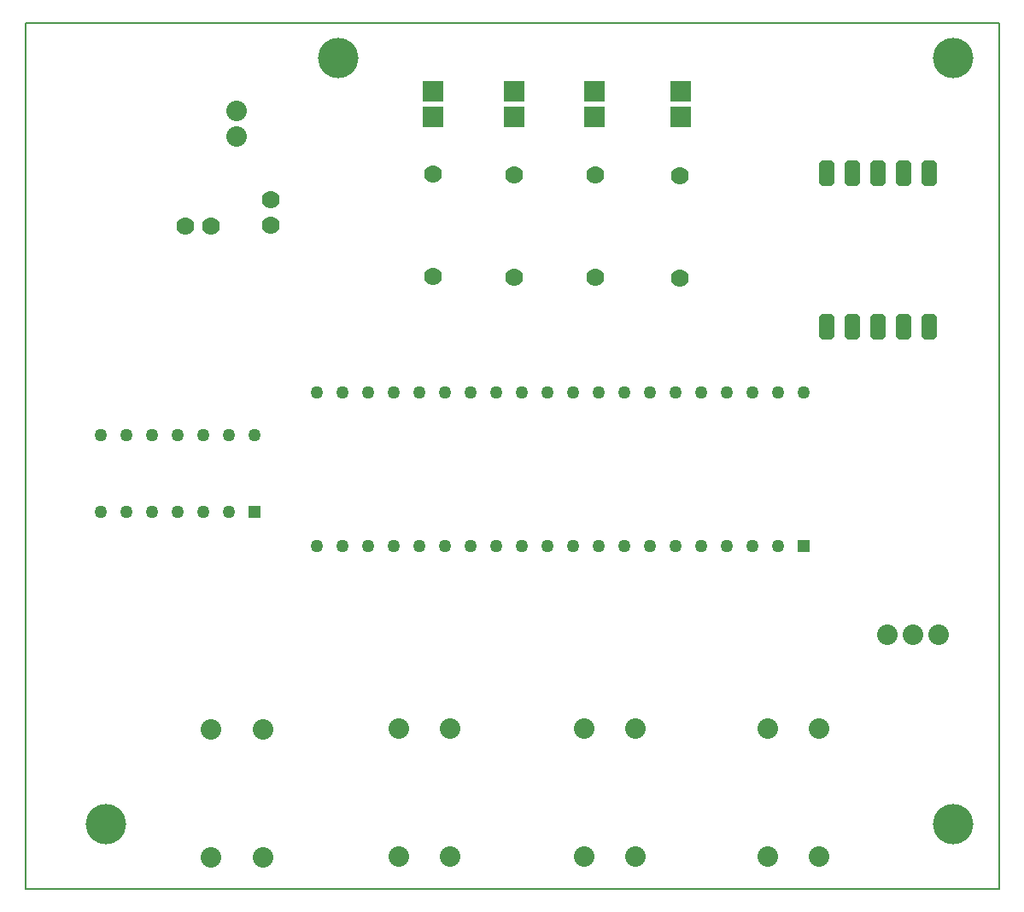
<source format=gbr>
G04 PROTEUS RS274X GERBER FILE*
%FSLAX45Y45*%
%MOMM*%
G01*
%ADD10R,1.270000X1.270000*%
%ADD11C,1.270000*%
%AMDIL002*
4,1,8,
-0.762000,0.965200,-0.457200,1.270000,0.457200,1.270000,0.762000,0.965200,0.762000,-0.965200,
0.457200,-1.270000,-0.457200,-1.270000,-0.762000,-0.965200,-0.762000,0.965200,
0*%
%ADD12DIL002*%
%ADD13C,2.032000*%
%ADD14R,2.032000X2.032000*%
%ADD15C,1.778000*%
%ADD16C,4.000000*%
%ADD17C,0.203200*%
D10*
X-1989000Y+3457000D03*
D11*
X-2243000Y+3457000D03*
X-2497000Y+3457000D03*
X-2751000Y+3457000D03*
X-3005000Y+3457000D03*
X-3259000Y+3457000D03*
X-3513000Y+3457000D03*
X-3767000Y+3457000D03*
X-4021000Y+3457000D03*
X-4275000Y+3457000D03*
X-4529000Y+3457000D03*
X-4783000Y+3457000D03*
X-5037000Y+3457000D03*
X-5291000Y+3457000D03*
X-5545000Y+3457000D03*
X-5799000Y+3457000D03*
X-6053000Y+3457000D03*
X-6307000Y+3457000D03*
X-6561000Y+3457000D03*
X-6815000Y+3457000D03*
X-6815000Y+4981000D03*
X-6561000Y+4981000D03*
X-6307000Y+4981000D03*
X-6053000Y+4981000D03*
X-5799000Y+4981000D03*
X-5545000Y+4981000D03*
X-5291000Y+4981000D03*
X-5037000Y+4981000D03*
X-4783000Y+4981000D03*
X-4529000Y+4981000D03*
X-4275000Y+4981000D03*
X-4021000Y+4981000D03*
X-3767000Y+4981000D03*
X-3513000Y+4981000D03*
X-3259000Y+4981000D03*
X-3005000Y+4981000D03*
X-2751000Y+4981000D03*
X-2497000Y+4981000D03*
X-2243000Y+4981000D03*
X-1989000Y+4981000D03*
D12*
X-1500000Y+7153000D03*
X-1754000Y+7153000D03*
X-1500000Y+5629000D03*
X-1246000Y+7153000D03*
X-1246000Y+5629000D03*
X-992000Y+5629000D03*
X-1754000Y+5629000D03*
X-738000Y+5629000D03*
X-738000Y+7153000D03*
X-992000Y+7153000D03*
D10*
X-7431000Y+3791000D03*
D11*
X-7685000Y+3791000D03*
X-7939000Y+3791000D03*
X-8193000Y+3791000D03*
X-8447000Y+3791000D03*
X-8701000Y+3791000D03*
X-8955000Y+3791000D03*
X-8955000Y+4553000D03*
X-8701000Y+4553000D03*
X-8447000Y+4553000D03*
X-8193000Y+4553000D03*
X-7939000Y+4553000D03*
X-7685000Y+4553000D03*
X-7431000Y+4553000D03*
D13*
X-7604000Y+7776000D03*
X-7604000Y+7522000D03*
X-1830000Y+1645000D03*
X-2340000Y+1645000D03*
X-1830000Y+375000D03*
X-2340000Y+375000D03*
X-3653000Y+1647000D03*
X-4163000Y+1647000D03*
X-3653000Y+377000D03*
X-4163000Y+377000D03*
X-5492000Y+1641000D03*
X-6002000Y+1641000D03*
X-5492000Y+371000D03*
X-6002000Y+371000D03*
X-7348000Y+1640000D03*
X-7858000Y+1640000D03*
X-7348000Y+370000D03*
X-7858000Y+370000D03*
X-1151000Y+2578000D03*
X-897000Y+2578000D03*
X-643000Y+2578000D03*
D14*
X-4055000Y+7716000D03*
X-4055000Y+7970000D03*
D15*
X-4049000Y+7139000D03*
X-4049000Y+6123000D03*
D14*
X-4857000Y+7716000D03*
X-4857000Y+7970000D03*
D15*
X-4858000Y+7139000D03*
X-4858000Y+6123000D03*
D14*
X-3208000Y+7716000D03*
X-3208000Y+7970000D03*
D15*
X-3209000Y+7129000D03*
X-3209000Y+6113000D03*
D14*
X-5658000Y+7715000D03*
X-5658000Y+7969000D03*
D15*
X-5657000Y+7149000D03*
X-5657000Y+6133000D03*
D16*
X-500000Y+8300000D03*
X-6600000Y+8300000D03*
D15*
X-8116000Y+6635000D03*
X-7862000Y+6635000D03*
X-7272000Y+6891000D03*
X-7272000Y+6637000D03*
D16*
X-500000Y+700000D03*
X-8900000Y+700000D03*
D17*
X-9700000Y+50000D02*
X-50000Y+50000D01*
X-50000Y+8650000D01*
X-9700000Y+8650000D01*
X-9700000Y+50000D01*
M02*

</source>
